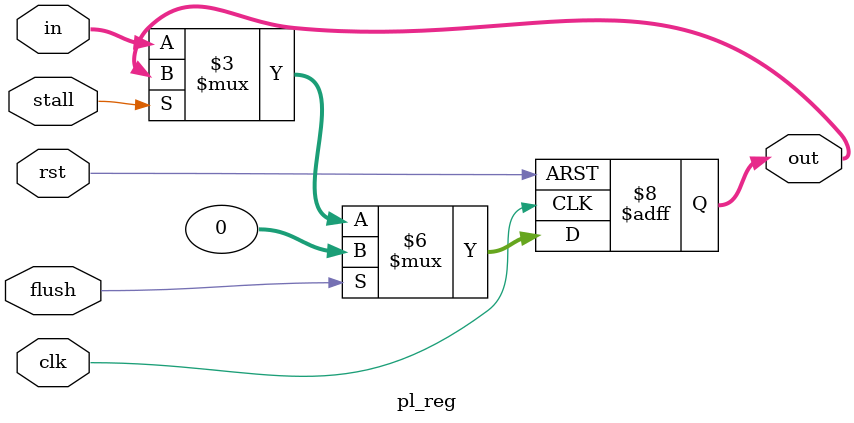
<source format=v>
module pl_reg #(parameter WIDTH = 32)(
    input clk, rst, flush, stall,
    input [WIDTH-1:0] in,
    output reg [WIDTH-1:0] out
    );
    
    always@(posedge clk, posedge rst)
      begin
          if(rst)
              out <= 0;
          else if(flush)
              out <= 0;
          else if (!stall)
              out <= in;
      end
    
endmodule

</source>
